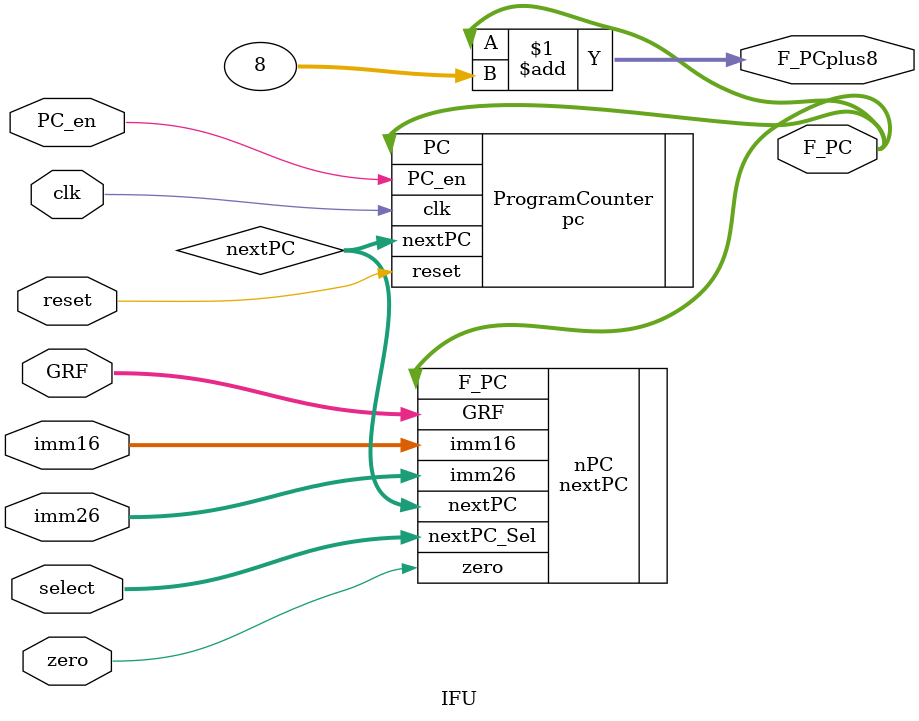
<source format=v>
`timescale 1ns / 1ps
module IFU(
    input [31:0] GRF,
    input [25:0] imm26,
    input [15:0] imm16,
    input [1:0] select,
    input zero,
    input PC_en,
    input clk,
    input reset,
    output [31:0] F_PC,
    output [31:0] F_PCplus8
    );

    wire [31:0] nextPC;

    pc ProgramCounter(.clk(clk),
          .reset(reset),
          .PC_en(PC_en),
          .nextPC(nextPC),
          .PC(F_PC));

    nextPC nPC(.F_PC(F_PC),
               .GRF(GRF),
               .imm26(imm26),
               .imm16(imm16),
               .zero(zero),
               .nextPC_Sel(select),
               .nextPC(nextPC));

    assign F_PCplus8 = F_PC + 32'h00000008;

endmodule

</source>
